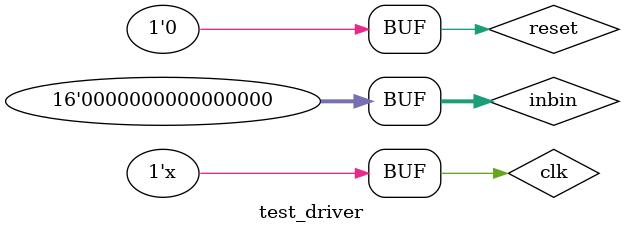
<source format=v>
`timescale 1ns / 1ps


module test_driver;

	// Inputs
	reg clk;
	reg reset;
	reg [15:0] inbin;

	// Outputs
	wire [3:0] outbin;
	wire [3:0] AN;

	// Instantiate the Unit Under Test (UUT)
	seven_segment_driver uut (
		.outbin(outbin), 
		.AN(AN), 
		.clk(clk), 
		.reset(reset), 
		.inbin(inbin)
	);

	always #1000 clk = ~clk;
	initial begin
		// Initialize Inputs
		clk = 0;
		reset = 0;
		inbin = 0;

		// Wait 100 ns for global reset to finish
		#100;
		reset = 1;
		#100;
		reset = 0;  
		// Add stimulus here

	end
      
endmodule


</source>
